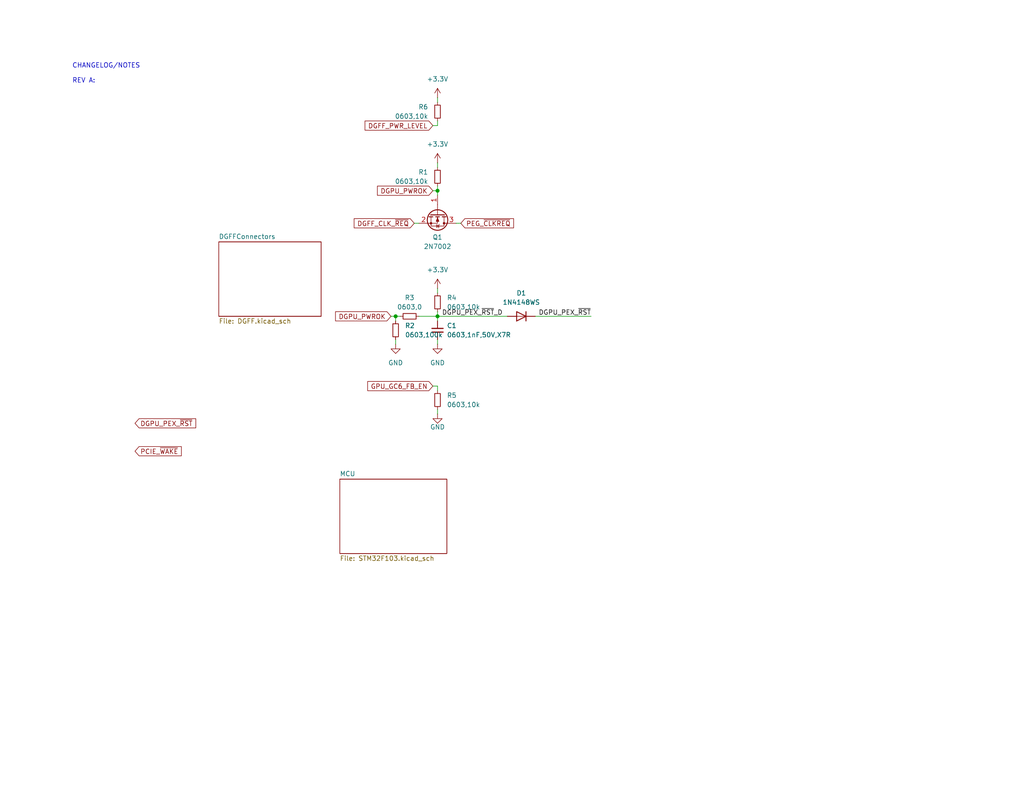
<source format=kicad_sch>
(kicad_sch (version 20231120) (generator "eeschema") (generator_version "8.0")
  (paper "USLetter")
  (title_block (title "Main"))
  (lib_symbols
    (symbol "Diode:1N4148WS" (pin_numbers hide) (pin_names hide)
      (property "Reference" "D" (at 0 2.54 0))
      (property "Value" "1N4148WS" (at 0 -2.54 0))
      (symbol "1N4148WS_0_1"
        (polyline (pts (xy -1.27 1.27) (xy -1.27 -1.27)) (stroke (width 0.254)))
        (polyline (pts (xy 1.27 0) (xy -1.27 0)))
        (polyline (pts (xy 1.27 1.27) (xy 1.27 -1.27) (xy -1.27 0) (xy 1.27 1.27)) (stroke (width 0.254)))
      )
      (symbol "1N4148WS_1_1"
        (pin passive line (at -3.81 0 0) (length 2.54) (name "K") (number "1"))
        (pin passive line (at 3.81 0 180) (length 2.54) (name "A") (number "2"))
      )
    )
    (symbol "Transistor_FET:2N7002" (pin_names hide)
      (property "Reference" "Q" (at 5.08 1.905 0))
      (property "Value" "2N7002" (at 5.08 0 0))
      (symbol "2N7002_0_1"
        (polyline (pts (xy 0.254 0) (xy -2.54 0)))
        (polyline (pts (xy 0.254 1.905) (xy 0.254 -1.905)) (stroke (width 0.254)))
        (polyline (pts (xy 0.762 -1.27) (xy 0.762 -2.286)) (stroke (width 0.254)))
        (polyline (pts (xy 0.762 0.508) (xy 0.762 -0.508)) (stroke (width 0.254)))
        (polyline (pts (xy 0.762 2.286) (xy 0.762 1.27)) (stroke (width 0.254)))
        (polyline (pts (xy 2.54 2.54) (xy 2.54 1.778)))
        (polyline (pts (xy 2.54 -2.54) (xy 2.54 0) (xy 0.762 0)))
        (polyline (pts (xy 0.762 -1.778) (xy 3.302 -1.778) (xy 3.302 1.778) (xy 0.762 1.778)))
        (polyline (pts (xy 1.016 0) (xy 2.032 0.381) (xy 2.032 -0.381) (xy 1.016 0)) (fill (type outline)))
        (polyline (pts (xy 2.794 0.508) (xy 2.921 0.381) (xy 3.683 0.381) (xy 3.81 0.254)))
        (polyline (pts (xy 3.302 0.381) (xy 2.921 -0.254) (xy 3.683 -0.254) (xy 3.302 0.381)))
        (circle (center 1.651 0) (radius 2.794) (stroke (width 0.254)))
        (circle (center 2.54 -1.778) (radius 0.254) (fill (type outline)))
        (circle (center 2.54 1.778) (radius 0.254) (fill (type outline)))
      )
      (symbol "2N7002_1_1"
        (pin input line (at -5.08 0 0) (length 2.54) (name "G") (number "1"))
        (pin passive line (at 2.54 -5.08 90) (length 2.54) (name "S") (number "2"))
        (pin passive line (at 2.54 5.08 270) (length 2.54) (name "D") (number "3"))
      )
    )
    (symbol "jlcpcb-basic-capacitor:0603,1nF,50V,X7R "
      (property "Reference" "C" (at 1.71 0.508 0))
      (property "Value" "0603,1nF,50V,X7R " (at 1.71 -1.016 0))
      (symbol "0603,1nF,50V,X7R _0_0"
        (polyline (pts (xy -1.524 -0.508) (xy 1.524 -0.508)) (stroke (width 0.3048)))
        (polyline (pts (xy -1.524 0.508) (xy 1.524 0.508)) (stroke (width 0.3048)))
        (pin passive line (at 0 2.54 270) (length 2.032) (name "~") (number "1"))
        (pin passive line (at 0 -2.54 90) (length 2.032) (name "~") (number "2"))
      )
    )
    (symbol "jlcpcb-basic-resistor:0603,0"
      (property "Reference" "R" (at 0.762 0.508 0))
      (property "Value" "0603,0" (at 0.762 -1.016 0))
      (symbol "0603,0_0_0"
        (rectangle (start -0.762 1.778) (end 0.762 -1.778) (stroke (width 0.2032)))
        (pin passive line (at 0 2.54 270) (length 0.762) (name "~") (number "1"))
        (pin passive line (at 0 -2.54 90) (length 0.762) (name "~") (number "2"))
      )
    )
    (symbol "jlcpcb-basic-resistor:0603,100k"
      (property "Reference" "R" (at 0.762 0.508 0))
      (property "Value" "0603,100k" (at 0.762 -1.016 0))
      (symbol "0603,100k_0_0"
        (rectangle (start -0.762 1.778) (end 0.762 -1.778) (stroke (width 0.2032)))
        (pin passive line (at 0 2.54 270) (length 0.762) (name "~") (number "1"))
        (pin passive line (at 0 -2.54 90) (length 0.762) (name "~") (number "2"))
      )
    )
    (symbol "jlcpcb-basic-resistor:0603,10k"
      (property "Reference" "R" (at 0.762 0.508 0))
      (property "Value" "0603,10k" (at 0.762 -1.016 0))
      (symbol "0603,10k_0_0"
        (rectangle (start -0.762 1.778) (end 0.762 -1.778) (stroke (width 0.2032)))
        (pin passive line (at 0 2.54 270) (length 0.762) (name "~") (number "1"))
        (pin passive line (at 0 -2.54 90) (length 0.762) (name "~") (number "2"))
      )
    )
    (symbol "power:+3.3V" (power) (pin_numbers hide) (pin_names (offset 0) hide)
      (property "Value" "+3.3V" (at 0 3.556 0))
      (symbol "+3.3V_0_1"
        (polyline (pts (xy -0.762 1.27) (xy 0 2.54)))
        (polyline (pts (xy 0 0) (xy 0 2.54)))
        (polyline (pts (xy 0 2.54) (xy 0.762 1.27)))
      )
      (symbol "+3.3V_1_1"
        (pin power_in line (at 0 0 90) (length 0) (name "~") (number "1"))
      )
    )
    (symbol "power:GND" (power) (pin_numbers hide) (pin_names (offset 0) hide)
      (property "Value" "GND" (at 0 -3.81 0))
      (symbol "GND_0_1"
        (polyline (pts (xy 0 0) (xy 0 -1.27) (xy 1.27 -1.27) (xy 0 -2.54) (xy -1.27 -1.27) (xy 0 -1.27)))
      )
      (symbol "GND_1_1"
        (pin power_in line (at 0 0 270) (length 0) (name "~") (number "1"))
      )
    )
  )
  (junction (at 119.38 52.07))
  (junction (at 119.38 86.36))
  (junction (at 107.95 86.36))
  (wire (pts (xy 119.38 113.03) (xy 119.38 111.76)))
  (wire (pts (xy 118.11 105.41) (xy 119.38 105.41)))
  (wire (pts (xy 118.11 34.29) (xy 119.38 34.29)))
  (wire (pts (xy 119.38 85.09) (xy 119.38 86.36)))
  (wire (pts (xy 119.38 105.41) (xy 119.38 106.68)))
  (wire (pts (xy 118.11 52.07) (xy 119.38 52.07)))
  (wire (pts (xy 119.38 86.36) (xy 119.38 87.63)))
  (wire (pts (xy 119.38 93.98) (xy 119.38 92.71)))
  (wire (pts (xy 119.38 52.07) (xy 119.38 50.8)))
  (wire (pts (xy 107.95 93.98) (xy 107.95 92.71)))
  (wire (pts (xy 107.95 86.36) (xy 109.22 86.36)))
  (wire (pts (xy 119.38 52.07) (xy 119.38 53.34)))
  (wire (pts (xy 107.95 86.36) (xy 107.95 87.63)))
  (wire (pts (xy 119.38 26.67) (xy 119.38 27.94)))
  (wire (pts (xy 113.03 60.96) (xy 114.3 60.96)))
  (wire (pts (xy 119.38 78.74) (xy 119.38 80.01)))
  (wire (pts (xy 146.05 86.36) (xy 161.29 86.36)))
  (wire (pts (xy 119.38 86.36) (xy 138.43 86.36)))
  (wire (pts (xy 114.3 86.36) (xy 119.38 86.36)))
  (wire (pts (xy 119.38 34.29) (xy 119.38 33.02)))
  (wire (pts (xy 119.38 44.45) (xy 119.38 45.72)))
  (wire (pts (xy 125.73 60.96) (xy 124.46 60.96)))
  (wire (pts (xy 106.68 86.36) (xy 107.95 86.36)))
  (text "CHANGELOG/NOTES\n\nREV A: " (at 19.685 22.86 0) (effects (font (size 1.27 1.27)) (justify left bottom)))
  (label "DGPU_PEX_~{RST}_D" (at 137.16 86.36 180))
  (label "DGPU_PEX_~{RST}" (at 161.29 86.36 180))
  (global_label "DGFF_PWR_LEVEL" (shape input) (at 118.11 34.29 180) (property "Intersheetrefs" "${INTERSHEET_REFS}" (effects (hide yes))))
  (global_label "GPU_GC6_FB_EN" (shape input) (at 118.11 105.41 180) (property "Intersheetrefs" "${INTERSHEET_REFS}" (effects (hide yes))))
  (global_label "DGFF_CLK_~{REQ}" (shape input) (at 113.03 60.96 180) (property "Intersheetrefs" "${INTERSHEET_REFS}" (effects (hide yes))))
  (global_label "DGPU_PWROK" (shape input) (at 106.68 86.36 180) (property "Intersheetrefs" "${INTERSHEET_REFS}" (effects (hide yes))))
  (global_label "PCIE_~{WAKE}" (shape input) (at 36.83 123.19 0) (property "Intersheetrefs" "${INTERSHEET_REFS}" (effects (hide yes))))
  (global_label "DGPU_PWROK" (shape input) (at 118.11 52.07 180) (property "Intersheetrefs" "${INTERSHEET_REFS}" (effects (hide yes))))
  (global_label "DGPU_PEX_~{RST}" (shape input) (at 36.83 115.57 0) (property "Intersheetrefs" "${INTERSHEET_REFS}" (effects (hide yes))))
  (global_label "PEG_~{CLKREQ}" (shape input) (at 125.73 60.96 0) (property "Intersheetrefs" "${INTERSHEET_REFS}" (effects (hide yes))))
  (symbol (lib_id "jlcpcb-basic-resistor:0603,100k") (at 107.95 90.17 0) (unit 1)
    (property "Reference" "R2" (at 110.49 88.8999 0) (effects (justify left)))
    (property "Value" "0603,100k" (at 110.49 91.4399 0) (effects (justify left)))
    (property "Footprint" "R_0603_1608Metric" (effects (hide yes)))
    (property "Datasheet" "https://datasheet.lcsc.com/lcsc/2110260030_UNI-ROYAL-Uniroyal-Elec-0603WAF1003T5E_C25803.pdf" (effects (hide yes)))
    (property "Description" "1% 1 10W Thick Film Resistors 75V   100ppm    -55    155   100k   0603 Chip Resistor - Surface Mount ROHS" (effects (hide yes)))
    (property "LCSC" "C25803" (effects (hide yes)))
    (property "MFG" "UNI-ROYAL(Uniroyal Elec)" (effects (hide yes)))
    (property "MFGPN" "0603WAF1003T5E" (effects (hide yes)))
  )
  (symbol (lib_id "power:GND") (at 119.38 113.03 0) (unit 1)
    (property "Reference" "#PWR015" (effects (hide yes)))
    (property "Value" "GND" (at 119.38 116.586 0))
    (property "Description" "Power symbol creates a global label with name \"GND\" , ground" (effects (hide yes)))
  )
  (symbol (lib_id "jlcpcb-basic-capacitor:0603,1nF,50V,X7R ") (at 119.38 90.17 0) (unit 1)
    (property "Reference" "C1" (at 121.92 88.8999 0) (effects (justify left)))
    (property "Value" "0603,1nF,50V,X7R" (at 121.92 91.4399 0) (effects (justify left)))
    (property "Footprint" "C_0603_1608Metric" (effects (hide yes)))
    (property "Datasheet" "https://datasheet.lcsc.com/lcsc/1811071810_Samsung-Electro-Mechanics-CL10B102KB8NNNC_C1588.pdf" (effects (hide yes)))
    (property "Description" "50V 1nF X7R   10% 0603 Multilayer Ceramic Capacitors MLCC - SMD SMT ROHS" (effects (hide yes)))
    (property "LCSC" "C1588" (effects (hide yes)))
    (property "MFG" "Samsung Electro-Mechanics" (effects (hide yes)))
    (property "MFGPN" "CL10B102KB8NNNC" (effects (hide yes)))
  )
  (symbol (lib_id "Diode:1N4148WS") (at 142.24 86.36 180) (unit 1)
    (property "Reference" "D1" (at 142.24 80.01 0))
    (property "Value" "1N4148WS" (at 142.24 82.55 0))
    (property "Footprint" "Diode_SMD:D_SOD-323" (effects (hide yes)))
    (property "Datasheet" "https://www.vishay.com/docs/85751/1n4148ws.pdf" (effects (hide yes)))
    (property "Description" "75V 0.15A Fast switching Diode, SOD-323" (effects (hide yes)))
    (property "Sim.Device" "D" (effects (hide yes)))
    (property "Sim.Pins" "1=K 2=A" (effects (hide yes)))
  )
  (symbol (lib_id "jlcpcb-basic-resistor:0603,10k") (at 119.38 30.48 0) (mirror y) (unit 1)
    (property "Reference" "R6" (at 116.84 29.2099 0) (effects (justify left)))
    (property "Value" "0603,10k" (at 116.84 31.7499 0) (effects (justify left)))
    (property "Footprint" "R_0603_1608Metric" (effects (hide yes)))
    (property "Datasheet" "https://datasheet.lcsc.com/lcsc/2110260030_UNI-ROYAL-Uniroyal-Elec-0603WAF1002T5E_C25804.pdf" (effects (hide yes)))
    (property "Description" "1% 1 10W Thick Film Resistors 75V   100ppm    -55    155   10k   0603 Chip Resistor - Surface Mount ROHS" (effects (hide yes)))
    (property "LCSC" "C25804" (effects (hide yes)))
    (property "MFG" "UNI-ROYAL(Uniroyal Elec)" (effects (hide yes)))
    (property "MFGPN" "0603WAF1002T5E" (effects (hide yes)))
  )
  (symbol (lib_id "jlcpcb-basic-resistor:0603,10k") (at 119.38 48.26 0) (mirror y) (unit 1)
    (property "Reference" "R1" (at 116.84 46.9899 0) (effects (justify left)))
    (property "Value" "0603,10k" (at 116.84 49.5299 0) (effects (justify left)))
    (property "Footprint" "R_0603_1608Metric" (effects (hide yes)))
    (property "Datasheet" "https://datasheet.lcsc.com/lcsc/2110260030_UNI-ROYAL-Uniroyal-Elec-0603WAF1002T5E_C25804.pdf" (effects (hide yes)))
    (property "Description" "1% 1 10W Thick Film Resistors 75V   100ppm    -55    155   10k   0603 Chip Resistor - Surface Mount ROHS" (effects (hide yes)))
    (property "LCSC" "C25804" (effects (hide yes)))
    (property "MFG" "UNI-ROYAL(Uniroyal Elec)" (effects (hide yes)))
    (property "MFGPN" "0603WAF1002T5E" (effects (hide yes)))
  )
  (symbol (lib_id "jlcpcb-basic-resistor:0603,10k") (at 119.38 82.55 0) (unit 1)
    (property "Reference" "R4" (at 121.92 81.2799 0) (effects (justify left)))
    (property "Value" "0603,10k" (at 121.92 83.8199 0) (effects (justify left)))
    (property "Footprint" "R_0603_1608Metric" (effects (hide yes)))
    (property "Datasheet" "https://datasheet.lcsc.com/lcsc/2110260030_UNI-ROYAL-Uniroyal-Elec-0603WAF1002T5E_C25804.pdf" (effects (hide yes)))
    (property "Description" "1% 1 10W Thick Film Resistors 75V   100ppm    -55    155   10k   0603 Chip Resistor - Surface Mount ROHS" (effects (hide yes)))
    (property "LCSC" "C25804" (effects (hide yes)))
    (property "MFG" "UNI-ROYAL(Uniroyal Elec)" (effects (hide yes)))
    (property "MFGPN" "0603WAF1002T5E" (effects (hide yes)))
  )
  (symbol (lib_id "Transistor_FET:2N7002") (at 119.38 58.42 270) (unit 1)
    (property "Reference" "Q1" (at 119.38 64.77 90))
    (property "Value" "2N7002" (at 119.38 67.31 90))
    (property "Footprint" "Package_TO_SOT_SMD:SOT-23" (effects (hide yes)))
    (property "Datasheet" "https://www.onsemi.com/pub/Collateral/NDS7002A-D.PDF" (effects (hide yes)))
    (property "Description" "0.115A Id, 60V Vds, N-Channel MOSFET, SOT-23" (effects (hide yes)))
  )
  (symbol (lib_id "power:GND") (at 107.95 93.98 0) (unit 1)
    (property "Reference" "#PWR012" (effects (hide yes)))
    (property "Value" "GND" (at 107.95 99.06 0))
    (property "Description" "Power symbol creates a global label with name \"GND\" , ground" (effects (hide yes)))
  )
  (symbol (lib_id "power:+3.3V") (at 119.38 26.67 0) (mirror y) (unit 1)
    (property "Reference" "#PWR016" (effects (hide yes)))
    (property "Value" "+3.3V" (at 119.38 21.59 0))
    (property "Description" "Power symbol creates a global label with name \"+3.3V\"" (effects (hide yes)))
  )
  (symbol (lib_id "jlcpcb-basic-resistor:0603,10k") (at 119.38 109.22 0) (unit 1)
    (property "Reference" "R5" (at 121.92 107.9499 0) (effects (justify left)))
    (property "Value" "0603,10k" (at 121.92 110.4899 0) (effects (justify left)))
    (property "Footprint" "R_0603_1608Metric" (effects (hide yes)))
    (property "Datasheet" "https://datasheet.lcsc.com/lcsc/2110260030_UNI-ROYAL-Uniroyal-Elec-0603WAF1002T5E_C25804.pdf" (effects (hide yes)))
    (property "Description" "1% 1 10W Thick Film Resistors 75V   100ppm    -55    155   10k   0603 Chip Resistor - Surface Mount ROHS" (effects (hide yes)))
    (property "LCSC" "C25804" (effects (hide yes)))
    (property "MFG" "UNI-ROYAL(Uniroyal Elec)" (effects (hide yes)))
    (property "MFGPN" "0603WAF1002T5E" (effects (hide yes)))
  )
  (symbol (lib_id "jlcpcb-basic-resistor:0603,0") (at 111.76 86.36 90) (unit 1)
    (property "Reference" "R3" (at 111.76 81.28 90))
    (property "Value" "0603,0" (at 111.76 83.82 90))
    (property "Footprint" "R_0603_1608Metric" (effects (hide yes)))
    (property "Datasheet" "https://datasheet.lcsc.com/lcsc/2110252030_UNI-ROYAL-Uniroyal-Elec-0603WAF0000T5E_C21189.pdf" (effects (hide yes)))
    (property "Description" "1% 1 10W Thick Film Resistors 75V -55    155   0   0603 Chip Resistor - Surface Mount ROHS" (effects (hide yes)))
    (property "LCSC" "C21189" (effects (hide yes)))
    (property "MFG" "UNI-ROYAL(Uniroyal Elec)" (effects (hide yes)))
    (property "MFGPN" "0603WAF0000T5E" (effects (hide yes)))
  )
  (symbol (lib_id "power:GND") (at 119.38 93.98 0) (unit 1)
    (property "Reference" "#PWR013" (effects (hide yes)))
    (property "Value" "GND" (at 119.38 99.06 0))
    (property "Description" "Power symbol creates a global label with name \"GND\" , ground" (effects (hide yes)))
  )
  (symbol (lib_id "power:+3.3V") (at 119.38 78.74 0) (mirror y) (unit 1)
    (property "Reference" "#PWR014" (effects (hide yes)))
    (property "Value" "+3.3V" (at 119.38 73.66 0))
    (property "Description" "Power symbol creates a global label with name \"+3.3V\"" (effects (hide yes)))
  )
  (symbol (lib_id "power:+3.3V") (at 119.38 44.45 0) (mirror y) (unit 1)
    (property "Reference" "#PWR09" (effects (hide yes)))
    (property "Value" "+3.3V" (at 119.38 39.37 0))
    (property "Description" "Power symbol creates a global label with name \"+3.3V\"" (effects (hide yes)))
  )
  (sheet (at 59.69 66.04) (size 27.94 20.32) (stroke (width 0.1524))
    (property "Sheetname" "DGFFConnectors" (at 59.69 65.3284 0) (effects (justify left bottom)))
    (property "Sheetfile" "DGFF.kicad_sch" (at 59.69 86.9446 0) (effects (justify left top)))
  )
  (sheet (at 92.71 130.81) (size 29.21 20.32) (stroke (width 0.1524))
    (property "Sheetname" "MCU" (at 92.71 130.0984 0) (effects (justify left bottom)))
    (property "Sheetfile" "STM32F103.kicad_sch" (at 92.71 151.7146 0) (effects (justify left top)))
  )
)
</source>
